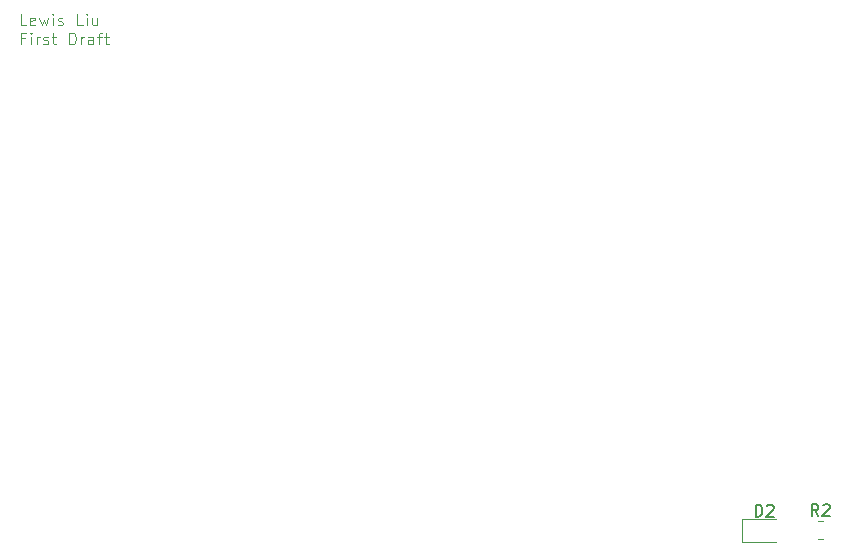
<source format=gbr>
%TF.GenerationSoftware,KiCad,Pcbnew,9.0.7*%
%TF.CreationDate,2026-02-02T22:52:16-08:00*%
%TF.ProjectId,TECHIN514 System Architecture Graph Lewis Liu,54454348-494e-4353-9134-205379737465,rev?*%
%TF.SameCoordinates,Original*%
%TF.FileFunction,Legend,Top*%
%TF.FilePolarity,Positive*%
%FSLAX46Y46*%
G04 Gerber Fmt 4.6, Leading zero omitted, Abs format (unit mm)*
G04 Created by KiCad (PCBNEW 9.0.7) date 2026-02-02 22:52:16*
%MOMM*%
%LPD*%
G01*
G04 APERTURE LIST*
%ADD10C,0.100000*%
%ADD11C,0.150000*%
%ADD12C,0.120000*%
G04 APERTURE END LIST*
D10*
X85280074Y-56262475D02*
X84803884Y-56262475D01*
X84803884Y-56262475D02*
X84803884Y-55262475D01*
X85994360Y-56214856D02*
X85899122Y-56262475D01*
X85899122Y-56262475D02*
X85708646Y-56262475D01*
X85708646Y-56262475D02*
X85613408Y-56214856D01*
X85613408Y-56214856D02*
X85565789Y-56119617D01*
X85565789Y-56119617D02*
X85565789Y-55738665D01*
X85565789Y-55738665D02*
X85613408Y-55643427D01*
X85613408Y-55643427D02*
X85708646Y-55595808D01*
X85708646Y-55595808D02*
X85899122Y-55595808D01*
X85899122Y-55595808D02*
X85994360Y-55643427D01*
X85994360Y-55643427D02*
X86041979Y-55738665D01*
X86041979Y-55738665D02*
X86041979Y-55833903D01*
X86041979Y-55833903D02*
X85565789Y-55929141D01*
X86375313Y-55595808D02*
X86565789Y-56262475D01*
X86565789Y-56262475D02*
X86756265Y-55786284D01*
X86756265Y-55786284D02*
X86946741Y-56262475D01*
X86946741Y-56262475D02*
X87137217Y-55595808D01*
X87518170Y-56262475D02*
X87518170Y-55595808D01*
X87518170Y-55262475D02*
X87470551Y-55310094D01*
X87470551Y-55310094D02*
X87518170Y-55357713D01*
X87518170Y-55357713D02*
X87565789Y-55310094D01*
X87565789Y-55310094D02*
X87518170Y-55262475D01*
X87518170Y-55262475D02*
X87518170Y-55357713D01*
X87946741Y-56214856D02*
X88041979Y-56262475D01*
X88041979Y-56262475D02*
X88232455Y-56262475D01*
X88232455Y-56262475D02*
X88327693Y-56214856D01*
X88327693Y-56214856D02*
X88375312Y-56119617D01*
X88375312Y-56119617D02*
X88375312Y-56071998D01*
X88375312Y-56071998D02*
X88327693Y-55976760D01*
X88327693Y-55976760D02*
X88232455Y-55929141D01*
X88232455Y-55929141D02*
X88089598Y-55929141D01*
X88089598Y-55929141D02*
X87994360Y-55881522D01*
X87994360Y-55881522D02*
X87946741Y-55786284D01*
X87946741Y-55786284D02*
X87946741Y-55738665D01*
X87946741Y-55738665D02*
X87994360Y-55643427D01*
X87994360Y-55643427D02*
X88089598Y-55595808D01*
X88089598Y-55595808D02*
X88232455Y-55595808D01*
X88232455Y-55595808D02*
X88327693Y-55643427D01*
X90041979Y-56262475D02*
X89565789Y-56262475D01*
X89565789Y-56262475D02*
X89565789Y-55262475D01*
X90375313Y-56262475D02*
X90375313Y-55595808D01*
X90375313Y-55262475D02*
X90327694Y-55310094D01*
X90327694Y-55310094D02*
X90375313Y-55357713D01*
X90375313Y-55357713D02*
X90422932Y-55310094D01*
X90422932Y-55310094D02*
X90375313Y-55262475D01*
X90375313Y-55262475D02*
X90375313Y-55357713D01*
X91280074Y-55595808D02*
X91280074Y-56262475D01*
X90851503Y-55595808D02*
X90851503Y-56119617D01*
X90851503Y-56119617D02*
X90899122Y-56214856D01*
X90899122Y-56214856D02*
X90994360Y-56262475D01*
X90994360Y-56262475D02*
X91137217Y-56262475D01*
X91137217Y-56262475D02*
X91232455Y-56214856D01*
X91232455Y-56214856D02*
X91280074Y-56167236D01*
X85137217Y-57348609D02*
X84803884Y-57348609D01*
X84803884Y-57872419D02*
X84803884Y-56872419D01*
X84803884Y-56872419D02*
X85280074Y-56872419D01*
X85661027Y-57872419D02*
X85661027Y-57205752D01*
X85661027Y-56872419D02*
X85613408Y-56920038D01*
X85613408Y-56920038D02*
X85661027Y-56967657D01*
X85661027Y-56967657D02*
X85708646Y-56920038D01*
X85708646Y-56920038D02*
X85661027Y-56872419D01*
X85661027Y-56872419D02*
X85661027Y-56967657D01*
X86137217Y-57872419D02*
X86137217Y-57205752D01*
X86137217Y-57396228D02*
X86184836Y-57300990D01*
X86184836Y-57300990D02*
X86232455Y-57253371D01*
X86232455Y-57253371D02*
X86327693Y-57205752D01*
X86327693Y-57205752D02*
X86422931Y-57205752D01*
X86708646Y-57824800D02*
X86803884Y-57872419D01*
X86803884Y-57872419D02*
X86994360Y-57872419D01*
X86994360Y-57872419D02*
X87089598Y-57824800D01*
X87089598Y-57824800D02*
X87137217Y-57729561D01*
X87137217Y-57729561D02*
X87137217Y-57681942D01*
X87137217Y-57681942D02*
X87089598Y-57586704D01*
X87089598Y-57586704D02*
X86994360Y-57539085D01*
X86994360Y-57539085D02*
X86851503Y-57539085D01*
X86851503Y-57539085D02*
X86756265Y-57491466D01*
X86756265Y-57491466D02*
X86708646Y-57396228D01*
X86708646Y-57396228D02*
X86708646Y-57348609D01*
X86708646Y-57348609D02*
X86756265Y-57253371D01*
X86756265Y-57253371D02*
X86851503Y-57205752D01*
X86851503Y-57205752D02*
X86994360Y-57205752D01*
X86994360Y-57205752D02*
X87089598Y-57253371D01*
X87422932Y-57205752D02*
X87803884Y-57205752D01*
X87565789Y-56872419D02*
X87565789Y-57729561D01*
X87565789Y-57729561D02*
X87613408Y-57824800D01*
X87613408Y-57824800D02*
X87708646Y-57872419D01*
X87708646Y-57872419D02*
X87803884Y-57872419D01*
X88899123Y-57872419D02*
X88899123Y-56872419D01*
X88899123Y-56872419D02*
X89137218Y-56872419D01*
X89137218Y-56872419D02*
X89280075Y-56920038D01*
X89280075Y-56920038D02*
X89375313Y-57015276D01*
X89375313Y-57015276D02*
X89422932Y-57110514D01*
X89422932Y-57110514D02*
X89470551Y-57300990D01*
X89470551Y-57300990D02*
X89470551Y-57443847D01*
X89470551Y-57443847D02*
X89422932Y-57634323D01*
X89422932Y-57634323D02*
X89375313Y-57729561D01*
X89375313Y-57729561D02*
X89280075Y-57824800D01*
X89280075Y-57824800D02*
X89137218Y-57872419D01*
X89137218Y-57872419D02*
X88899123Y-57872419D01*
X89899123Y-57872419D02*
X89899123Y-57205752D01*
X89899123Y-57396228D02*
X89946742Y-57300990D01*
X89946742Y-57300990D02*
X89994361Y-57253371D01*
X89994361Y-57253371D02*
X90089599Y-57205752D01*
X90089599Y-57205752D02*
X90184837Y-57205752D01*
X90946742Y-57872419D02*
X90946742Y-57348609D01*
X90946742Y-57348609D02*
X90899123Y-57253371D01*
X90899123Y-57253371D02*
X90803885Y-57205752D01*
X90803885Y-57205752D02*
X90613409Y-57205752D01*
X90613409Y-57205752D02*
X90518171Y-57253371D01*
X90946742Y-57824800D02*
X90851504Y-57872419D01*
X90851504Y-57872419D02*
X90613409Y-57872419D01*
X90613409Y-57872419D02*
X90518171Y-57824800D01*
X90518171Y-57824800D02*
X90470552Y-57729561D01*
X90470552Y-57729561D02*
X90470552Y-57634323D01*
X90470552Y-57634323D02*
X90518171Y-57539085D01*
X90518171Y-57539085D02*
X90613409Y-57491466D01*
X90613409Y-57491466D02*
X90851504Y-57491466D01*
X90851504Y-57491466D02*
X90946742Y-57443847D01*
X91280076Y-57205752D02*
X91661028Y-57205752D01*
X91422933Y-57872419D02*
X91422933Y-57015276D01*
X91422933Y-57015276D02*
X91470552Y-56920038D01*
X91470552Y-56920038D02*
X91565790Y-56872419D01*
X91565790Y-56872419D02*
X91661028Y-56872419D01*
X91851505Y-57205752D02*
X92232457Y-57205752D01*
X91994362Y-56872419D02*
X91994362Y-57729561D01*
X91994362Y-57729561D02*
X92041981Y-57824800D01*
X92041981Y-57824800D02*
X92137219Y-57872419D01*
X92137219Y-57872419D02*
X92232457Y-57872419D01*
D11*
X147016905Y-97849819D02*
X147016905Y-96849819D01*
X147016905Y-96849819D02*
X147255000Y-96849819D01*
X147255000Y-96849819D02*
X147397857Y-96897438D01*
X147397857Y-96897438D02*
X147493095Y-96992676D01*
X147493095Y-96992676D02*
X147540714Y-97087914D01*
X147540714Y-97087914D02*
X147588333Y-97278390D01*
X147588333Y-97278390D02*
X147588333Y-97421247D01*
X147588333Y-97421247D02*
X147540714Y-97611723D01*
X147540714Y-97611723D02*
X147493095Y-97706961D01*
X147493095Y-97706961D02*
X147397857Y-97802200D01*
X147397857Y-97802200D02*
X147255000Y-97849819D01*
X147255000Y-97849819D02*
X147016905Y-97849819D01*
X147969286Y-96945057D02*
X148016905Y-96897438D01*
X148016905Y-96897438D02*
X148112143Y-96849819D01*
X148112143Y-96849819D02*
X148350238Y-96849819D01*
X148350238Y-96849819D02*
X148445476Y-96897438D01*
X148445476Y-96897438D02*
X148493095Y-96945057D01*
X148493095Y-96945057D02*
X148540714Y-97040295D01*
X148540714Y-97040295D02*
X148540714Y-97135533D01*
X148540714Y-97135533D02*
X148493095Y-97278390D01*
X148493095Y-97278390D02*
X147921667Y-97849819D01*
X147921667Y-97849819D02*
X148540714Y-97849819D01*
X152333333Y-97804819D02*
X152000000Y-97328628D01*
X151761905Y-97804819D02*
X151761905Y-96804819D01*
X151761905Y-96804819D02*
X152142857Y-96804819D01*
X152142857Y-96804819D02*
X152238095Y-96852438D01*
X152238095Y-96852438D02*
X152285714Y-96900057D01*
X152285714Y-96900057D02*
X152333333Y-96995295D01*
X152333333Y-96995295D02*
X152333333Y-97138152D01*
X152333333Y-97138152D02*
X152285714Y-97233390D01*
X152285714Y-97233390D02*
X152238095Y-97281009D01*
X152238095Y-97281009D02*
X152142857Y-97328628D01*
X152142857Y-97328628D02*
X151761905Y-97328628D01*
X152714286Y-96900057D02*
X152761905Y-96852438D01*
X152761905Y-96852438D02*
X152857143Y-96804819D01*
X152857143Y-96804819D02*
X153095238Y-96804819D01*
X153095238Y-96804819D02*
X153190476Y-96852438D01*
X153190476Y-96852438D02*
X153238095Y-96900057D01*
X153238095Y-96900057D02*
X153285714Y-96995295D01*
X153285714Y-96995295D02*
X153285714Y-97090533D01*
X153285714Y-97090533D02*
X153238095Y-97233390D01*
X153238095Y-97233390D02*
X152666667Y-97804819D01*
X152666667Y-97804819D02*
X153285714Y-97804819D01*
D12*
%TO.C,D2*%
X145895000Y-98085000D02*
X145895000Y-100005000D01*
X145895000Y-100005000D02*
X148755000Y-100005000D01*
X148755000Y-98085000D02*
X145895000Y-98085000D01*
%TO.C,R2*%
X152272936Y-98265000D02*
X152727064Y-98265000D01*
X152272936Y-99735000D02*
X152727064Y-99735000D01*
%TD*%
M02*

</source>
